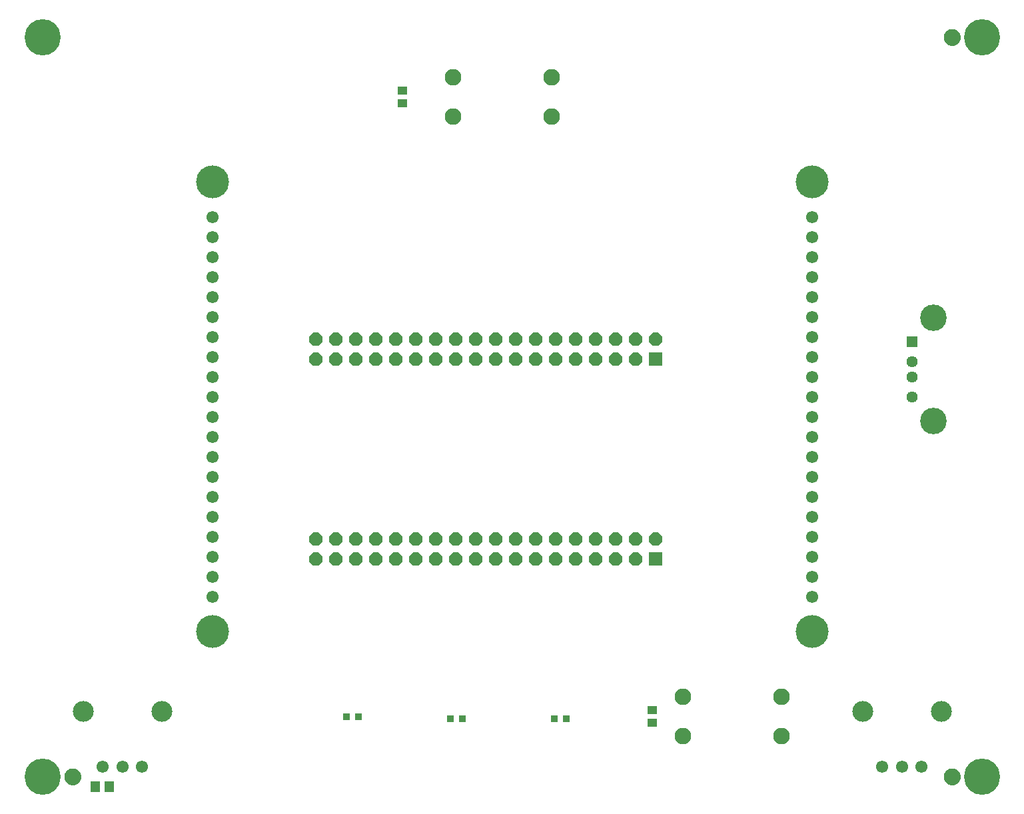
<source format=gbr>
G04 EAGLE Gerber RS-274X export*
G75*
%MOMM*%
%FSLAX34Y34*%
%LPD*%
%INSoldermask Top*%
%IPPOS*%
%AMOC8*
5,1,8,0,0,1.08239X$1,22.5*%
G01*
%ADD10R,1.676400X1.676400*%
%ADD11P,1.814519X8X202.500000*%
%ADD12C,1.552400*%
%ADD13C,4.168400*%
%ADD14R,0.952400X0.952400*%
%ADD15C,2.652400*%
%ADD16C,2.112400*%
%ADD17R,1.440400X1.440400*%
%ADD18C,1.440400*%
%ADD19C,3.372400*%
%ADD20R,1.183641X1.102359*%
%ADD21C,4.597400*%
%ADD22C,0.609600*%
%ADD23C,1.168400*%
%ADD24R,1.295400X1.422400*%


D10*
X817200Y314700D03*
D11*
X817200Y340100D03*
X791800Y314700D03*
X791800Y340100D03*
X766400Y314700D03*
X766400Y340100D03*
X741000Y314700D03*
X741000Y340100D03*
X715600Y314700D03*
X715600Y340100D03*
X690200Y314700D03*
X690200Y340100D03*
X664800Y314700D03*
X664800Y340100D03*
X639400Y314700D03*
X639400Y340100D03*
X614000Y314700D03*
X614000Y340100D03*
X588600Y314700D03*
X588600Y340100D03*
X563200Y314700D03*
X563200Y340100D03*
X537800Y314700D03*
X537800Y340100D03*
X512400Y314700D03*
X512400Y340100D03*
X487000Y314700D03*
X487000Y340100D03*
X461600Y314700D03*
X461600Y340100D03*
X436200Y314700D03*
X436200Y340100D03*
X410800Y314700D03*
X410800Y340100D03*
X385400Y314700D03*
X385400Y340100D03*
D10*
X817200Y568700D03*
D11*
X817200Y594100D03*
X791800Y568700D03*
X791800Y594100D03*
X766400Y568700D03*
X766400Y594100D03*
X741000Y568700D03*
X741000Y594100D03*
X715600Y568700D03*
X715600Y594100D03*
X690200Y568700D03*
X690200Y594100D03*
X664800Y568700D03*
X664800Y594100D03*
X639400Y568700D03*
X639400Y594100D03*
X614000Y568700D03*
X614000Y594100D03*
X588600Y568700D03*
X588600Y594100D03*
X563200Y568700D03*
X563200Y594100D03*
X537800Y568700D03*
X537800Y594100D03*
X512400Y568700D03*
X512400Y594100D03*
X487000Y568700D03*
X487000Y594100D03*
X461600Y568700D03*
X461600Y594100D03*
X436200Y568700D03*
X436200Y594100D03*
X410800Y568700D03*
X410800Y594100D03*
X385400Y568700D03*
X385400Y594100D03*
D12*
X254000Y723900D03*
X254000Y749300D03*
X254000Y698500D03*
X254000Y673100D03*
X254000Y647700D03*
X254000Y596900D03*
X254000Y622300D03*
X254000Y571500D03*
X254000Y546100D03*
X254000Y520700D03*
X254000Y469900D03*
X254000Y495300D03*
X254000Y444500D03*
X254000Y419100D03*
X254000Y393700D03*
X254000Y342900D03*
X254000Y368300D03*
X254000Y317500D03*
X254000Y292100D03*
X254000Y266700D03*
X1016000Y749300D03*
X1016000Y723900D03*
X1016000Y698500D03*
X1016000Y673100D03*
X1016000Y647700D03*
X1016000Y622300D03*
X1016000Y596900D03*
X1016000Y571500D03*
X1016000Y546100D03*
X1016000Y520700D03*
X1016000Y495300D03*
X1016000Y469900D03*
X1016000Y444500D03*
X1016000Y419100D03*
X1016000Y393700D03*
X1016000Y368300D03*
X1016000Y342900D03*
X1016000Y317500D03*
X1016000Y292100D03*
X1016000Y266700D03*
D13*
X254000Y222250D03*
X254000Y793750D03*
X1016000Y222250D03*
X1016000Y793750D03*
D14*
X688460Y111760D03*
X703460Y111760D03*
D12*
X114700Y50800D03*
X139700Y50800D03*
X164700Y50800D03*
D15*
X89700Y120800D03*
X189700Y120800D03*
D16*
X684800Y926700D03*
X684800Y876700D03*
X559800Y876700D03*
X559800Y926700D03*
D17*
X1143000Y590550D03*
D18*
X1143000Y565550D03*
X1143000Y545550D03*
X1143000Y520550D03*
D19*
X1170100Y621250D03*
X1170100Y489850D03*
D20*
X495300Y909701D03*
X495300Y893699D03*
X812800Y106299D03*
X812800Y122301D03*
D12*
X1105300Y50800D03*
X1130300Y50800D03*
X1155300Y50800D03*
D15*
X1080300Y120800D03*
X1180300Y120800D03*
D16*
X976900Y139300D03*
X976900Y89300D03*
X851900Y89300D03*
X851900Y139300D03*
D14*
X556380Y111760D03*
X571380Y111760D03*
X424300Y114300D03*
X439300Y114300D03*
D21*
X38100Y38100D03*
X38100Y977900D03*
X1231900Y977900D03*
X1231900Y38100D03*
D22*
X1186180Y38100D02*
X1186182Y38287D01*
X1186189Y38474D01*
X1186201Y38661D01*
X1186217Y38847D01*
X1186237Y39033D01*
X1186262Y39218D01*
X1186292Y39403D01*
X1186326Y39587D01*
X1186365Y39770D01*
X1186408Y39952D01*
X1186456Y40132D01*
X1186508Y40312D01*
X1186565Y40490D01*
X1186625Y40667D01*
X1186691Y40842D01*
X1186760Y41016D01*
X1186834Y41188D01*
X1186912Y41358D01*
X1186994Y41526D01*
X1187080Y41692D01*
X1187170Y41856D01*
X1187264Y42017D01*
X1187362Y42177D01*
X1187464Y42333D01*
X1187570Y42488D01*
X1187680Y42639D01*
X1187793Y42788D01*
X1187910Y42934D01*
X1188030Y43077D01*
X1188154Y43217D01*
X1188281Y43354D01*
X1188412Y43488D01*
X1188546Y43619D01*
X1188683Y43746D01*
X1188823Y43870D01*
X1188966Y43990D01*
X1189112Y44107D01*
X1189261Y44220D01*
X1189412Y44330D01*
X1189567Y44436D01*
X1189723Y44538D01*
X1189883Y44636D01*
X1190044Y44730D01*
X1190208Y44820D01*
X1190374Y44906D01*
X1190542Y44988D01*
X1190712Y45066D01*
X1190884Y45140D01*
X1191058Y45209D01*
X1191233Y45275D01*
X1191410Y45335D01*
X1191588Y45392D01*
X1191768Y45444D01*
X1191948Y45492D01*
X1192130Y45535D01*
X1192313Y45574D01*
X1192497Y45608D01*
X1192682Y45638D01*
X1192867Y45663D01*
X1193053Y45683D01*
X1193239Y45699D01*
X1193426Y45711D01*
X1193613Y45718D01*
X1193800Y45720D01*
X1193987Y45718D01*
X1194174Y45711D01*
X1194361Y45699D01*
X1194547Y45683D01*
X1194733Y45663D01*
X1194918Y45638D01*
X1195103Y45608D01*
X1195287Y45574D01*
X1195470Y45535D01*
X1195652Y45492D01*
X1195832Y45444D01*
X1196012Y45392D01*
X1196190Y45335D01*
X1196367Y45275D01*
X1196542Y45209D01*
X1196716Y45140D01*
X1196888Y45066D01*
X1197058Y44988D01*
X1197226Y44906D01*
X1197392Y44820D01*
X1197556Y44730D01*
X1197717Y44636D01*
X1197877Y44538D01*
X1198033Y44436D01*
X1198188Y44330D01*
X1198339Y44220D01*
X1198488Y44107D01*
X1198634Y43990D01*
X1198777Y43870D01*
X1198917Y43746D01*
X1199054Y43619D01*
X1199188Y43488D01*
X1199319Y43354D01*
X1199446Y43217D01*
X1199570Y43077D01*
X1199690Y42934D01*
X1199807Y42788D01*
X1199920Y42639D01*
X1200030Y42488D01*
X1200136Y42333D01*
X1200238Y42177D01*
X1200336Y42017D01*
X1200430Y41856D01*
X1200520Y41692D01*
X1200606Y41526D01*
X1200688Y41358D01*
X1200766Y41188D01*
X1200840Y41016D01*
X1200909Y40842D01*
X1200975Y40667D01*
X1201035Y40490D01*
X1201092Y40312D01*
X1201144Y40132D01*
X1201192Y39952D01*
X1201235Y39770D01*
X1201274Y39587D01*
X1201308Y39403D01*
X1201338Y39218D01*
X1201363Y39033D01*
X1201383Y38847D01*
X1201399Y38661D01*
X1201411Y38474D01*
X1201418Y38287D01*
X1201420Y38100D01*
X1201418Y37913D01*
X1201411Y37726D01*
X1201399Y37539D01*
X1201383Y37353D01*
X1201363Y37167D01*
X1201338Y36982D01*
X1201308Y36797D01*
X1201274Y36613D01*
X1201235Y36430D01*
X1201192Y36248D01*
X1201144Y36068D01*
X1201092Y35888D01*
X1201035Y35710D01*
X1200975Y35533D01*
X1200909Y35358D01*
X1200840Y35184D01*
X1200766Y35012D01*
X1200688Y34842D01*
X1200606Y34674D01*
X1200520Y34508D01*
X1200430Y34344D01*
X1200336Y34183D01*
X1200238Y34023D01*
X1200136Y33867D01*
X1200030Y33712D01*
X1199920Y33561D01*
X1199807Y33412D01*
X1199690Y33266D01*
X1199570Y33123D01*
X1199446Y32983D01*
X1199319Y32846D01*
X1199188Y32712D01*
X1199054Y32581D01*
X1198917Y32454D01*
X1198777Y32330D01*
X1198634Y32210D01*
X1198488Y32093D01*
X1198339Y31980D01*
X1198188Y31870D01*
X1198033Y31764D01*
X1197877Y31662D01*
X1197717Y31564D01*
X1197556Y31470D01*
X1197392Y31380D01*
X1197226Y31294D01*
X1197058Y31212D01*
X1196888Y31134D01*
X1196716Y31060D01*
X1196542Y30991D01*
X1196367Y30925D01*
X1196190Y30865D01*
X1196012Y30808D01*
X1195832Y30756D01*
X1195652Y30708D01*
X1195470Y30665D01*
X1195287Y30626D01*
X1195103Y30592D01*
X1194918Y30562D01*
X1194733Y30537D01*
X1194547Y30517D01*
X1194361Y30501D01*
X1194174Y30489D01*
X1193987Y30482D01*
X1193800Y30480D01*
X1193613Y30482D01*
X1193426Y30489D01*
X1193239Y30501D01*
X1193053Y30517D01*
X1192867Y30537D01*
X1192682Y30562D01*
X1192497Y30592D01*
X1192313Y30626D01*
X1192130Y30665D01*
X1191948Y30708D01*
X1191768Y30756D01*
X1191588Y30808D01*
X1191410Y30865D01*
X1191233Y30925D01*
X1191058Y30991D01*
X1190884Y31060D01*
X1190712Y31134D01*
X1190542Y31212D01*
X1190374Y31294D01*
X1190208Y31380D01*
X1190044Y31470D01*
X1189883Y31564D01*
X1189723Y31662D01*
X1189567Y31764D01*
X1189412Y31870D01*
X1189261Y31980D01*
X1189112Y32093D01*
X1188966Y32210D01*
X1188823Y32330D01*
X1188683Y32454D01*
X1188546Y32581D01*
X1188412Y32712D01*
X1188281Y32846D01*
X1188154Y32983D01*
X1188030Y33123D01*
X1187910Y33266D01*
X1187793Y33412D01*
X1187680Y33561D01*
X1187570Y33712D01*
X1187464Y33867D01*
X1187362Y34023D01*
X1187264Y34183D01*
X1187170Y34344D01*
X1187080Y34508D01*
X1186994Y34674D01*
X1186912Y34842D01*
X1186834Y35012D01*
X1186760Y35184D01*
X1186691Y35358D01*
X1186625Y35533D01*
X1186565Y35710D01*
X1186508Y35888D01*
X1186456Y36068D01*
X1186408Y36248D01*
X1186365Y36430D01*
X1186326Y36613D01*
X1186292Y36797D01*
X1186262Y36982D01*
X1186237Y37167D01*
X1186217Y37353D01*
X1186201Y37539D01*
X1186189Y37726D01*
X1186182Y37913D01*
X1186180Y38100D01*
D23*
X1193800Y38100D03*
D22*
X68580Y38100D02*
X68582Y38287D01*
X68589Y38474D01*
X68601Y38661D01*
X68617Y38847D01*
X68637Y39033D01*
X68662Y39218D01*
X68692Y39403D01*
X68726Y39587D01*
X68765Y39770D01*
X68808Y39952D01*
X68856Y40132D01*
X68908Y40312D01*
X68965Y40490D01*
X69025Y40667D01*
X69091Y40842D01*
X69160Y41016D01*
X69234Y41188D01*
X69312Y41358D01*
X69394Y41526D01*
X69480Y41692D01*
X69570Y41856D01*
X69664Y42017D01*
X69762Y42177D01*
X69864Y42333D01*
X69970Y42488D01*
X70080Y42639D01*
X70193Y42788D01*
X70310Y42934D01*
X70430Y43077D01*
X70554Y43217D01*
X70681Y43354D01*
X70812Y43488D01*
X70946Y43619D01*
X71083Y43746D01*
X71223Y43870D01*
X71366Y43990D01*
X71512Y44107D01*
X71661Y44220D01*
X71812Y44330D01*
X71967Y44436D01*
X72123Y44538D01*
X72283Y44636D01*
X72444Y44730D01*
X72608Y44820D01*
X72774Y44906D01*
X72942Y44988D01*
X73112Y45066D01*
X73284Y45140D01*
X73458Y45209D01*
X73633Y45275D01*
X73810Y45335D01*
X73988Y45392D01*
X74168Y45444D01*
X74348Y45492D01*
X74530Y45535D01*
X74713Y45574D01*
X74897Y45608D01*
X75082Y45638D01*
X75267Y45663D01*
X75453Y45683D01*
X75639Y45699D01*
X75826Y45711D01*
X76013Y45718D01*
X76200Y45720D01*
X76387Y45718D01*
X76574Y45711D01*
X76761Y45699D01*
X76947Y45683D01*
X77133Y45663D01*
X77318Y45638D01*
X77503Y45608D01*
X77687Y45574D01*
X77870Y45535D01*
X78052Y45492D01*
X78232Y45444D01*
X78412Y45392D01*
X78590Y45335D01*
X78767Y45275D01*
X78942Y45209D01*
X79116Y45140D01*
X79288Y45066D01*
X79458Y44988D01*
X79626Y44906D01*
X79792Y44820D01*
X79956Y44730D01*
X80117Y44636D01*
X80277Y44538D01*
X80433Y44436D01*
X80588Y44330D01*
X80739Y44220D01*
X80888Y44107D01*
X81034Y43990D01*
X81177Y43870D01*
X81317Y43746D01*
X81454Y43619D01*
X81588Y43488D01*
X81719Y43354D01*
X81846Y43217D01*
X81970Y43077D01*
X82090Y42934D01*
X82207Y42788D01*
X82320Y42639D01*
X82430Y42488D01*
X82536Y42333D01*
X82638Y42177D01*
X82736Y42017D01*
X82830Y41856D01*
X82920Y41692D01*
X83006Y41526D01*
X83088Y41358D01*
X83166Y41188D01*
X83240Y41016D01*
X83309Y40842D01*
X83375Y40667D01*
X83435Y40490D01*
X83492Y40312D01*
X83544Y40132D01*
X83592Y39952D01*
X83635Y39770D01*
X83674Y39587D01*
X83708Y39403D01*
X83738Y39218D01*
X83763Y39033D01*
X83783Y38847D01*
X83799Y38661D01*
X83811Y38474D01*
X83818Y38287D01*
X83820Y38100D01*
X83818Y37913D01*
X83811Y37726D01*
X83799Y37539D01*
X83783Y37353D01*
X83763Y37167D01*
X83738Y36982D01*
X83708Y36797D01*
X83674Y36613D01*
X83635Y36430D01*
X83592Y36248D01*
X83544Y36068D01*
X83492Y35888D01*
X83435Y35710D01*
X83375Y35533D01*
X83309Y35358D01*
X83240Y35184D01*
X83166Y35012D01*
X83088Y34842D01*
X83006Y34674D01*
X82920Y34508D01*
X82830Y34344D01*
X82736Y34183D01*
X82638Y34023D01*
X82536Y33867D01*
X82430Y33712D01*
X82320Y33561D01*
X82207Y33412D01*
X82090Y33266D01*
X81970Y33123D01*
X81846Y32983D01*
X81719Y32846D01*
X81588Y32712D01*
X81454Y32581D01*
X81317Y32454D01*
X81177Y32330D01*
X81034Y32210D01*
X80888Y32093D01*
X80739Y31980D01*
X80588Y31870D01*
X80433Y31764D01*
X80277Y31662D01*
X80117Y31564D01*
X79956Y31470D01*
X79792Y31380D01*
X79626Y31294D01*
X79458Y31212D01*
X79288Y31134D01*
X79116Y31060D01*
X78942Y30991D01*
X78767Y30925D01*
X78590Y30865D01*
X78412Y30808D01*
X78232Y30756D01*
X78052Y30708D01*
X77870Y30665D01*
X77687Y30626D01*
X77503Y30592D01*
X77318Y30562D01*
X77133Y30537D01*
X76947Y30517D01*
X76761Y30501D01*
X76574Y30489D01*
X76387Y30482D01*
X76200Y30480D01*
X76013Y30482D01*
X75826Y30489D01*
X75639Y30501D01*
X75453Y30517D01*
X75267Y30537D01*
X75082Y30562D01*
X74897Y30592D01*
X74713Y30626D01*
X74530Y30665D01*
X74348Y30708D01*
X74168Y30756D01*
X73988Y30808D01*
X73810Y30865D01*
X73633Y30925D01*
X73458Y30991D01*
X73284Y31060D01*
X73112Y31134D01*
X72942Y31212D01*
X72774Y31294D01*
X72608Y31380D01*
X72444Y31470D01*
X72283Y31564D01*
X72123Y31662D01*
X71967Y31764D01*
X71812Y31870D01*
X71661Y31980D01*
X71512Y32093D01*
X71366Y32210D01*
X71223Y32330D01*
X71083Y32454D01*
X70946Y32581D01*
X70812Y32712D01*
X70681Y32846D01*
X70554Y32983D01*
X70430Y33123D01*
X70310Y33266D01*
X70193Y33412D01*
X70080Y33561D01*
X69970Y33712D01*
X69864Y33867D01*
X69762Y34023D01*
X69664Y34183D01*
X69570Y34344D01*
X69480Y34508D01*
X69394Y34674D01*
X69312Y34842D01*
X69234Y35012D01*
X69160Y35184D01*
X69091Y35358D01*
X69025Y35533D01*
X68965Y35710D01*
X68908Y35888D01*
X68856Y36068D01*
X68808Y36248D01*
X68765Y36430D01*
X68726Y36613D01*
X68692Y36797D01*
X68662Y36982D01*
X68637Y37167D01*
X68617Y37353D01*
X68601Y37539D01*
X68589Y37726D01*
X68582Y37913D01*
X68580Y38100D01*
D23*
X76200Y38100D03*
D22*
X1186180Y977900D02*
X1186182Y978087D01*
X1186189Y978274D01*
X1186201Y978461D01*
X1186217Y978647D01*
X1186237Y978833D01*
X1186262Y979018D01*
X1186292Y979203D01*
X1186326Y979387D01*
X1186365Y979570D01*
X1186408Y979752D01*
X1186456Y979932D01*
X1186508Y980112D01*
X1186565Y980290D01*
X1186625Y980467D01*
X1186691Y980642D01*
X1186760Y980816D01*
X1186834Y980988D01*
X1186912Y981158D01*
X1186994Y981326D01*
X1187080Y981492D01*
X1187170Y981656D01*
X1187264Y981817D01*
X1187362Y981977D01*
X1187464Y982133D01*
X1187570Y982288D01*
X1187680Y982439D01*
X1187793Y982588D01*
X1187910Y982734D01*
X1188030Y982877D01*
X1188154Y983017D01*
X1188281Y983154D01*
X1188412Y983288D01*
X1188546Y983419D01*
X1188683Y983546D01*
X1188823Y983670D01*
X1188966Y983790D01*
X1189112Y983907D01*
X1189261Y984020D01*
X1189412Y984130D01*
X1189567Y984236D01*
X1189723Y984338D01*
X1189883Y984436D01*
X1190044Y984530D01*
X1190208Y984620D01*
X1190374Y984706D01*
X1190542Y984788D01*
X1190712Y984866D01*
X1190884Y984940D01*
X1191058Y985009D01*
X1191233Y985075D01*
X1191410Y985135D01*
X1191588Y985192D01*
X1191768Y985244D01*
X1191948Y985292D01*
X1192130Y985335D01*
X1192313Y985374D01*
X1192497Y985408D01*
X1192682Y985438D01*
X1192867Y985463D01*
X1193053Y985483D01*
X1193239Y985499D01*
X1193426Y985511D01*
X1193613Y985518D01*
X1193800Y985520D01*
X1193987Y985518D01*
X1194174Y985511D01*
X1194361Y985499D01*
X1194547Y985483D01*
X1194733Y985463D01*
X1194918Y985438D01*
X1195103Y985408D01*
X1195287Y985374D01*
X1195470Y985335D01*
X1195652Y985292D01*
X1195832Y985244D01*
X1196012Y985192D01*
X1196190Y985135D01*
X1196367Y985075D01*
X1196542Y985009D01*
X1196716Y984940D01*
X1196888Y984866D01*
X1197058Y984788D01*
X1197226Y984706D01*
X1197392Y984620D01*
X1197556Y984530D01*
X1197717Y984436D01*
X1197877Y984338D01*
X1198033Y984236D01*
X1198188Y984130D01*
X1198339Y984020D01*
X1198488Y983907D01*
X1198634Y983790D01*
X1198777Y983670D01*
X1198917Y983546D01*
X1199054Y983419D01*
X1199188Y983288D01*
X1199319Y983154D01*
X1199446Y983017D01*
X1199570Y982877D01*
X1199690Y982734D01*
X1199807Y982588D01*
X1199920Y982439D01*
X1200030Y982288D01*
X1200136Y982133D01*
X1200238Y981977D01*
X1200336Y981817D01*
X1200430Y981656D01*
X1200520Y981492D01*
X1200606Y981326D01*
X1200688Y981158D01*
X1200766Y980988D01*
X1200840Y980816D01*
X1200909Y980642D01*
X1200975Y980467D01*
X1201035Y980290D01*
X1201092Y980112D01*
X1201144Y979932D01*
X1201192Y979752D01*
X1201235Y979570D01*
X1201274Y979387D01*
X1201308Y979203D01*
X1201338Y979018D01*
X1201363Y978833D01*
X1201383Y978647D01*
X1201399Y978461D01*
X1201411Y978274D01*
X1201418Y978087D01*
X1201420Y977900D01*
X1201418Y977713D01*
X1201411Y977526D01*
X1201399Y977339D01*
X1201383Y977153D01*
X1201363Y976967D01*
X1201338Y976782D01*
X1201308Y976597D01*
X1201274Y976413D01*
X1201235Y976230D01*
X1201192Y976048D01*
X1201144Y975868D01*
X1201092Y975688D01*
X1201035Y975510D01*
X1200975Y975333D01*
X1200909Y975158D01*
X1200840Y974984D01*
X1200766Y974812D01*
X1200688Y974642D01*
X1200606Y974474D01*
X1200520Y974308D01*
X1200430Y974144D01*
X1200336Y973983D01*
X1200238Y973823D01*
X1200136Y973667D01*
X1200030Y973512D01*
X1199920Y973361D01*
X1199807Y973212D01*
X1199690Y973066D01*
X1199570Y972923D01*
X1199446Y972783D01*
X1199319Y972646D01*
X1199188Y972512D01*
X1199054Y972381D01*
X1198917Y972254D01*
X1198777Y972130D01*
X1198634Y972010D01*
X1198488Y971893D01*
X1198339Y971780D01*
X1198188Y971670D01*
X1198033Y971564D01*
X1197877Y971462D01*
X1197717Y971364D01*
X1197556Y971270D01*
X1197392Y971180D01*
X1197226Y971094D01*
X1197058Y971012D01*
X1196888Y970934D01*
X1196716Y970860D01*
X1196542Y970791D01*
X1196367Y970725D01*
X1196190Y970665D01*
X1196012Y970608D01*
X1195832Y970556D01*
X1195652Y970508D01*
X1195470Y970465D01*
X1195287Y970426D01*
X1195103Y970392D01*
X1194918Y970362D01*
X1194733Y970337D01*
X1194547Y970317D01*
X1194361Y970301D01*
X1194174Y970289D01*
X1193987Y970282D01*
X1193800Y970280D01*
X1193613Y970282D01*
X1193426Y970289D01*
X1193239Y970301D01*
X1193053Y970317D01*
X1192867Y970337D01*
X1192682Y970362D01*
X1192497Y970392D01*
X1192313Y970426D01*
X1192130Y970465D01*
X1191948Y970508D01*
X1191768Y970556D01*
X1191588Y970608D01*
X1191410Y970665D01*
X1191233Y970725D01*
X1191058Y970791D01*
X1190884Y970860D01*
X1190712Y970934D01*
X1190542Y971012D01*
X1190374Y971094D01*
X1190208Y971180D01*
X1190044Y971270D01*
X1189883Y971364D01*
X1189723Y971462D01*
X1189567Y971564D01*
X1189412Y971670D01*
X1189261Y971780D01*
X1189112Y971893D01*
X1188966Y972010D01*
X1188823Y972130D01*
X1188683Y972254D01*
X1188546Y972381D01*
X1188412Y972512D01*
X1188281Y972646D01*
X1188154Y972783D01*
X1188030Y972923D01*
X1187910Y973066D01*
X1187793Y973212D01*
X1187680Y973361D01*
X1187570Y973512D01*
X1187464Y973667D01*
X1187362Y973823D01*
X1187264Y973983D01*
X1187170Y974144D01*
X1187080Y974308D01*
X1186994Y974474D01*
X1186912Y974642D01*
X1186834Y974812D01*
X1186760Y974984D01*
X1186691Y975158D01*
X1186625Y975333D01*
X1186565Y975510D01*
X1186508Y975688D01*
X1186456Y975868D01*
X1186408Y976048D01*
X1186365Y976230D01*
X1186326Y976413D01*
X1186292Y976597D01*
X1186262Y976782D01*
X1186237Y976967D01*
X1186217Y977153D01*
X1186201Y977339D01*
X1186189Y977526D01*
X1186182Y977713D01*
X1186180Y977900D01*
D23*
X1193800Y977900D03*
D24*
X105410Y25400D03*
X123190Y25400D03*
M02*

</source>
